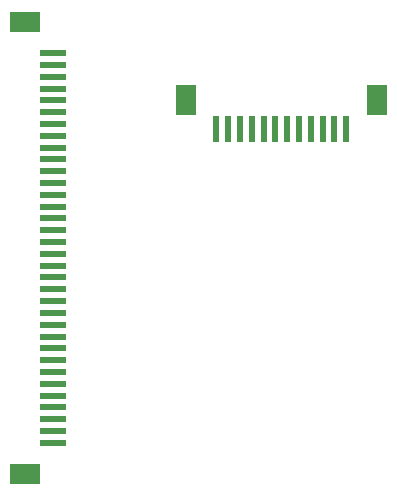
<source format=gtp>
G04 EAGLE Gerber RS-274X export*
G75*
%MOMM*%
%FSLAX34Y34*%
%LPD*%
%INSolderpaste Top*%
%IPPOS*%
%AMOC8*
5,1,8,0,0,1.08239X$1,22.5*%
G01*
%ADD10R,2.200000X0.600000*%
%ADD11R,2.600000X1.800000*%
%ADD12R,0.600000X2.200000*%
%ADD13R,1.800000X2.600000*%


D10*
X356280Y523400D03*
X356280Y533400D03*
X356280Y513400D03*
X356280Y543400D03*
D11*
X332280Y207400D03*
X332280Y589400D03*
D10*
X356280Y553400D03*
X356280Y563400D03*
X356280Y503400D03*
X356280Y493400D03*
X356280Y483400D03*
X356280Y473400D03*
X356280Y463400D03*
X356280Y453400D03*
X356280Y443400D03*
X356280Y433400D03*
X356280Y423400D03*
X356280Y413400D03*
X356280Y403400D03*
X356280Y393400D03*
X356280Y383400D03*
X356280Y373400D03*
X356280Y363400D03*
X356280Y353400D03*
X356280Y343400D03*
X356280Y333400D03*
X356280Y323400D03*
X356280Y313400D03*
X356280Y303400D03*
X356280Y293400D03*
X356280Y283400D03*
X356280Y273400D03*
X356280Y263400D03*
X356280Y253400D03*
X356280Y243400D03*
X356280Y233400D03*
D12*
X564430Y499540D03*
X574430Y499540D03*
X554430Y499540D03*
X584430Y499540D03*
D13*
X468430Y523540D03*
X630430Y523540D03*
D12*
X594430Y499540D03*
X604430Y499540D03*
X544430Y499540D03*
X534430Y499540D03*
X524430Y499540D03*
X514430Y499540D03*
X504430Y499540D03*
X494430Y499540D03*
M02*

</source>
